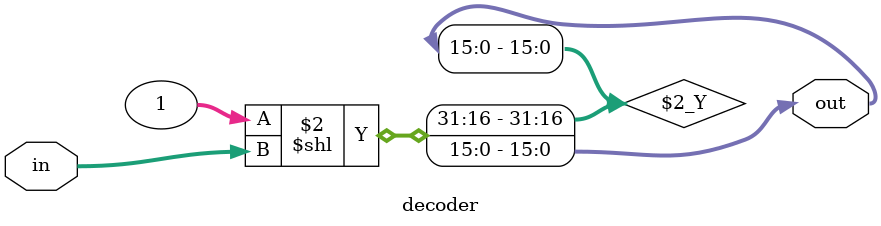
<source format=sv>
module decoder #(
    parameter INPUT_WIDTH = 4
) (
    input logic [INPUT_WIDTH-1:0] in,
    output logic [2**INPUT_WIDTH-1:0] out
);

  //next state computation
  always_comb begin
    out = 1 << in;
  end
endmodule

</source>
